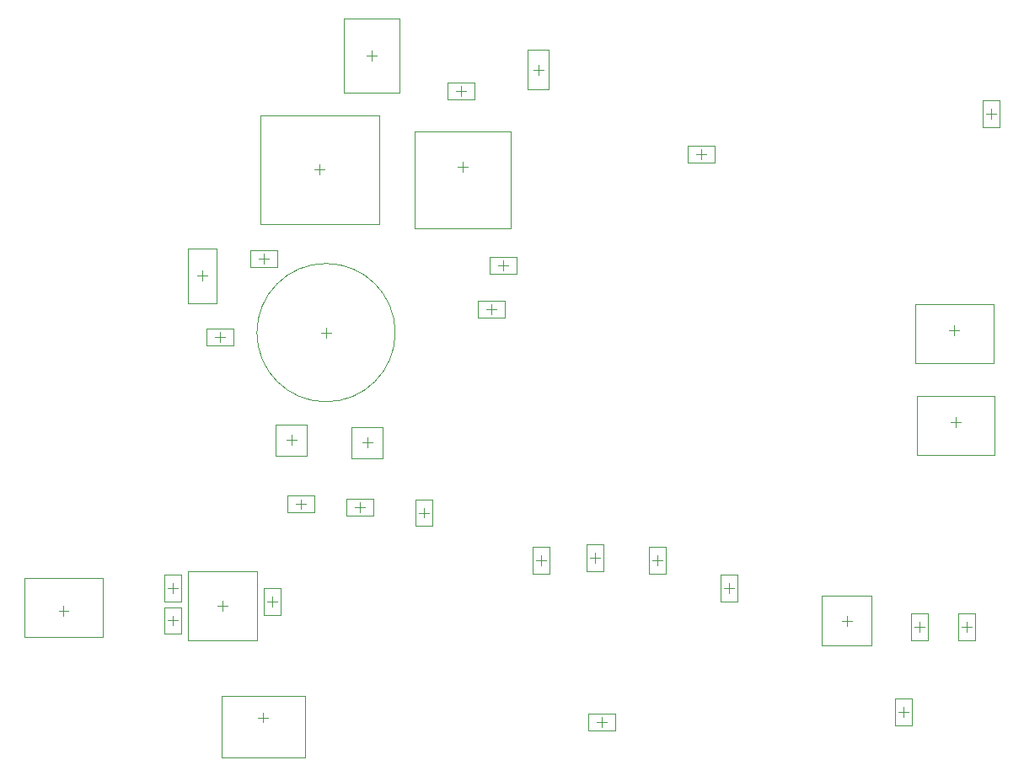
<source format=gbr>
%TF.GenerationSoftware,Altium Limited,Altium Designer,19.0.15 (446)*%
G04 Layer_Color=32768*
%FSLAX45Y45*%
%MOMM*%
%TF.FileFunction,Other,Mechanical_15*%
%TF.Part,Single*%
G01*
G75*
%TA.AperFunction,NonConductor*%
%ADD105C,0.10000*%
%ADD106C,0.05000*%
D105*
X7646200Y2171700D02*
X7746200D01*
X7696200Y2121700D02*
Y2221700D01*
X5728500Y7378700D02*
X5828500D01*
X5778500Y7328700D02*
Y7428700D01*
X3051800Y2032000D02*
X3151800D01*
X3101800Y1982000D02*
Y2082000D01*
X2058200Y2171700D02*
X2158200D01*
X2108200Y2121700D02*
Y2221700D01*
X2058200Y1843900D02*
X2158200D01*
X2108200Y1793900D02*
Y1893900D01*
X3013900Y819900D02*
Y919900D01*
X2963900Y869900D02*
X3063900D01*
X2966200Y5480910D02*
X3066200D01*
X3016200Y5430910D02*
Y5530910D01*
X10325100Y6884200D02*
Y6984200D01*
X10275100Y6934200D02*
X10375100D01*
X5372900Y5410200D02*
X5472900D01*
X5422900Y5360200D02*
Y5460200D01*
X5258600Y4972600D02*
X5358600D01*
X5308600Y4922600D02*
Y5022600D01*
X4953800Y7162800D02*
X5053800D01*
X5003800Y7112800D02*
Y7212800D01*
X2528100Y4690400D02*
X2628100D01*
X2578100Y4640400D02*
Y4740400D01*
X3342899Y3012600D02*
X3442899D01*
X3392899Y2962600D02*
Y3062600D01*
X3937800Y2984500D02*
X4037800D01*
X3987800Y2934500D02*
Y3034500D01*
X4624700Y2877400D02*
Y2977400D01*
X4574700Y2927400D02*
X4674700D01*
X6972300Y2401100D02*
Y2501100D01*
X6922300Y2451100D02*
X7022300D01*
X9603100Y1728000D02*
Y1828000D01*
X9553100Y1778000D02*
X9653100D01*
X6350000Y2426500D02*
Y2526500D01*
X6300000Y2476500D02*
X6400000D01*
X10083800Y1728000D02*
Y1828000D01*
X10033800Y1778000D02*
X10133800D01*
X5803900Y2401100D02*
Y2501100D01*
X5753900Y2451100D02*
X5853900D01*
X6363500Y822800D02*
X6463500D01*
X6413500Y772800D02*
Y872800D01*
X9448800Y877100D02*
Y977100D01*
X9398800Y927100D02*
X9498800D01*
X7366800Y6527800D02*
X7466800D01*
X7416800Y6477800D02*
Y6577800D01*
X9906800Y4762500D02*
X10006800D01*
X9956800Y4712500D02*
Y4812500D01*
X1007900Y1892600D02*
Y1992600D01*
X957900Y1942600D02*
X1057900D01*
X4967700Y6400800D02*
X5067700D01*
X5017700Y6350800D02*
Y6450800D01*
X3644900Y4687100D02*
Y4787100D01*
X3594900Y4737100D02*
X3694900D01*
X2553500Y1993900D02*
X2653500D01*
X2603500Y1943900D02*
Y2043900D01*
X3297899Y3607600D02*
Y3707600D01*
X3247899Y3657600D02*
X3347899D01*
X4058699Y3582200D02*
Y3682200D01*
X4008699Y3632200D02*
X4108699D01*
X8877300Y1791500D02*
Y1891500D01*
X8827300Y1841500D02*
X8927300D01*
X9969500Y3785400D02*
Y3885400D01*
X9919500Y3835400D02*
X10019500D01*
X2400300Y5258600D02*
Y5358600D01*
X2350300Y5308600D02*
X2450300D01*
X4102100Y7469036D02*
Y7569036D01*
X4052100Y7519036D02*
X4152100D01*
X2981400Y5830400D02*
Y6920400D01*
X4181400Y5830400D02*
Y6920400D01*
X2981400D02*
X4181400D01*
X2981400Y5830400D02*
X4181400D01*
X3531400Y6375400D02*
X3631400D01*
X3581400Y6325400D02*
Y6425400D01*
D106*
X4339900Y4737100D02*
G03*
X4339900Y4737100I-695000J0D01*
G01*
X7781200Y2036700D02*
Y2306700D01*
X7611200Y2036700D02*
Y2306700D01*
X7781200D01*
X7611200Y2036700D02*
X7781200D01*
X5673500Y7178700D02*
Y7578700D01*
X5883500Y7178700D02*
Y7578700D01*
X5673500Y7178700D02*
X5883500D01*
X5673500Y7578700D02*
X5883500D01*
X3016800Y1897000D02*
Y2167000D01*
X3186800Y1897000D02*
Y2167000D01*
X3016800Y1897000D02*
X3186800D01*
X3016800Y2167000D02*
X3186800D01*
X2193200Y2036700D02*
Y2306700D01*
X2023200Y2036700D02*
Y2306700D01*
X2193200D01*
X2023200Y2036700D02*
X2193200D01*
X2023200Y1708900D02*
Y1978900D01*
X2193200Y1708900D02*
Y1978900D01*
X2023200Y1708900D02*
X2193200D01*
X2023200Y1978900D02*
X2193200D01*
X2593900Y469900D02*
Y1087400D01*
Y469900D02*
X3433899D01*
Y1087400D01*
X2593900D02*
X3433899D01*
X3151200Y5395910D02*
Y5565910D01*
X2881200Y5395910D02*
Y5565910D01*
Y5395910D02*
X3151200D01*
X2881200Y5565910D02*
X3151200D01*
X10240100Y6799200D02*
X10410100D01*
X10240100Y7069200D02*
X10410100D01*
X10240100Y6799200D02*
Y7069200D01*
X10410100Y6799200D02*
Y7069200D01*
X5557900Y5325200D02*
Y5495200D01*
X5287900Y5325200D02*
Y5495200D01*
Y5325200D02*
X5557900D01*
X5287900Y5495200D02*
X5557900D01*
X5443600Y4887600D02*
Y5057600D01*
X5173600Y4887600D02*
Y5057600D01*
Y4887600D02*
X5443600D01*
X5173600Y5057600D02*
X5443600D01*
X5138800Y7077800D02*
Y7247800D01*
X4868800Y7077800D02*
Y7247800D01*
Y7077800D02*
X5138800D01*
X4868800Y7247800D02*
X5138800D01*
X2443100Y4605400D02*
Y4775400D01*
X2713100Y4605400D02*
Y4775400D01*
X2443100D02*
X2713100D01*
X2443100Y4605400D02*
X2713100D01*
X3257899Y2927600D02*
Y3097600D01*
X3527899Y2927600D02*
Y3097600D01*
X3257899D02*
X3527899D01*
X3257899Y2927600D02*
X3527899D01*
X3852800Y2899500D02*
Y3069500D01*
X4122800Y2899500D02*
Y3069500D01*
X3852800D02*
X4122800D01*
X3852800Y2899500D02*
X4122800D01*
X4539700Y2792400D02*
X4709700D01*
X4539700Y3062400D02*
X4709700D01*
X4539700Y2792400D02*
Y3062400D01*
X4709700Y2792400D02*
Y3062400D01*
X6887300Y2586100D02*
X7057300D01*
X6887300Y2316100D02*
X7057300D01*
Y2586100D01*
X6887300Y2316100D02*
Y2586100D01*
X9518100Y1643000D02*
X9688100D01*
X9518100Y1913000D02*
X9688100D01*
X9518100Y1643000D02*
Y1913000D01*
X9688100Y1643000D02*
Y1913000D01*
X6265000Y2611500D02*
X6435000D01*
X6265000Y2341500D02*
X6435000D01*
Y2611500D01*
X6265000Y2341500D02*
Y2611500D01*
X9998800Y1643000D02*
X10168800D01*
X9998800Y1913000D02*
X10168800D01*
X9998800Y1643000D02*
Y1913000D01*
X10168800Y1643000D02*
Y1913000D01*
X5718900Y2586100D02*
X5888900D01*
X5718900Y2316100D02*
X5888900D01*
Y2586100D01*
X5718900Y2316100D02*
Y2586100D01*
X6278500Y737800D02*
Y907800D01*
X6548500Y737800D02*
Y907800D01*
X6278500D02*
X6548500D01*
X6278500Y737800D02*
X6548500D01*
X9363800Y792100D02*
X9533800D01*
X9363800Y1062100D02*
X9533800D01*
X9363800Y792100D02*
Y1062100D01*
X9533800Y792100D02*
Y1062100D01*
X7281800Y6442800D02*
Y6612800D01*
X7551800Y6442800D02*
Y6612800D01*
X7281800D02*
X7551800D01*
X7281800Y6442800D02*
X7551800D01*
X10347800Y4434500D02*
Y5026500D01*
X9565800D02*
X10347800D01*
X9565800Y4434500D02*
Y5026500D01*
Y4434500D02*
X10347800D01*
X616900Y2270600D02*
X1398900D01*
Y1678600D02*
Y2270600D01*
X616900Y1678600D02*
X1398900D01*
X616900D02*
Y2270600D01*
X4531200Y5785800D02*
Y6758800D01*
X5504200Y5785800D02*
Y6758800D01*
X4531200Y5785800D02*
X5504200D01*
X4531200Y6758800D02*
X5504200D01*
X2948500Y1648900D02*
Y2338900D01*
X2258500Y1648900D02*
Y2338900D01*
X2948500D01*
X2258500Y1648900D02*
X2948500D01*
X3141899Y3502600D02*
X3453899D01*
X3141899Y3812600D02*
X3453899D01*
X3141899Y3502600D02*
Y3812600D01*
X3453899Y3502600D02*
Y3812600D01*
X3902699Y3787200D02*
X4214699D01*
X3902699Y3477200D02*
X4214699D01*
Y3787200D01*
X3902699Y3477200D02*
Y3787200D01*
X8627300Y1591500D02*
Y2091500D01*
Y1591500D02*
X9127300D01*
Y2091500D01*
X8627300D02*
X9127300D01*
X9578500Y3507400D02*
X10360500D01*
X9578500D02*
Y4099400D01*
X10360500D01*
Y3507400D02*
Y4099400D01*
X2255300Y5033600D02*
X2545300D01*
X2255300Y5583600D02*
X2545300D01*
X2255300Y5033600D02*
Y5583600D01*
X2545300Y5033600D02*
Y5583600D01*
X3822100Y7144036D02*
X4382100D01*
X3822100Y7894036D02*
X4382100D01*
X3822100Y7144036D02*
Y7894036D01*
X4382100Y7144036D02*
Y7894036D01*
%TF.MD5,a0aa28985b6a354e69736b5377a71dbd*%
M02*

</source>
